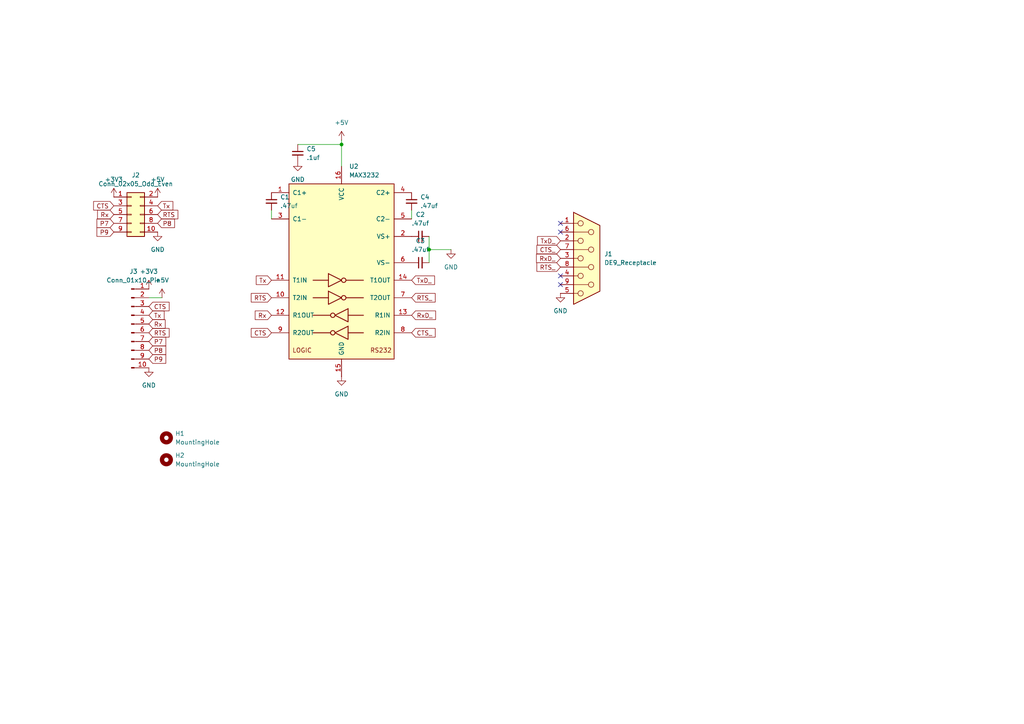
<source format=kicad_sch>
(kicad_sch (version 20231120) (generator "eeschema") (generator_version "8.0")
  (paper "A4")
  (lib_symbols
    (symbol "Connector:Conn_01x10_Pin" (pin_names (offset 1.016) hide)
      (property "Reference" "J" (at 0 12.7 0))
      (property "Value" "Conn_01x10_Pin" (at 0 -15.24 0))
      (symbol "Conn_01x10_Pin_1_1"
        (polyline (pts (xy 1.27 -12.7) (xy 0.8636 -12.7)) (stroke (width 0.1524)))
        (polyline (pts (xy 1.27 -10.16) (xy 0.8636 -10.16)) (stroke (width 0.1524)))
        (polyline (pts (xy 1.27 -7.62) (xy 0.8636 -7.62)) (stroke (width 0.1524)))
        (polyline (pts (xy 1.27 -5.08) (xy 0.8636 -5.08)) (stroke (width 0.1524)))
        (polyline (pts (xy 1.27 -2.54) (xy 0.8636 -2.54)) (stroke (width 0.1524)))
        (polyline (pts (xy 1.27 0) (xy 0.8636 0)) (stroke (width 0.1524)))
        (polyline (pts (xy 1.27 2.54) (xy 0.8636 2.54)) (stroke (width 0.1524)))
        (polyline (pts (xy 1.27 5.08) (xy 0.8636 5.08)) (stroke (width 0.1524)))
        (polyline (pts (xy 1.27 7.62) (xy 0.8636 7.62)) (stroke (width 0.1524)))
        (polyline (pts (xy 1.27 10.16) (xy 0.8636 10.16)) (stroke (width 0.1524)))
        (rectangle (start 0.8636 -12.573) (end 0 -12.827) (stroke (width 0.1524)) (fill (type outline)))
        (rectangle (start 0.8636 -10.033) (end 0 -10.287) (stroke (width 0.1524)) (fill (type outline)))
        (rectangle (start 0.8636 -7.493) (end 0 -7.747) (stroke (width 0.1524)) (fill (type outline)))
        (rectangle (start 0.8636 -4.953) (end 0 -5.207) (stroke (width 0.1524)) (fill (type outline)))
        (rectangle (start 0.8636 -2.413) (end 0 -2.667) (stroke (width 0.1524)) (fill (type outline)))
        (rectangle (start 0.8636 0.127) (end 0 -0.127) (stroke (width 0.1524)) (fill (type outline)))
        (rectangle (start 0.8636 2.667) (end 0 2.413) (stroke (width 0.1524)) (fill (type outline)))
        (rectangle (start 0.8636 5.207) (end 0 4.953) (stroke (width 0.1524)) (fill (type outline)))
        (rectangle (start 0.8636 7.747) (end 0 7.493) (stroke (width 0.1524)) (fill (type outline)))
        (rectangle (start 0.8636 10.287) (end 0 10.033) (stroke (width 0.1524)) (fill (type outline)))
        (pin passive line (at 5.08 10.16 180) (length 3.81) (name "Pin_1") (number "1"))
        (pin passive line (at 5.08 -12.7 180) (length 3.81) (name "Pin_10") (number "10"))
        (pin passive line (at 5.08 7.62 180) (length 3.81) (name "Pin_2") (number "2"))
        (pin passive line (at 5.08 5.08 180) (length 3.81) (name "Pin_3") (number "3"))
        (pin passive line (at 5.08 2.54 180) (length 3.81) (name "Pin_4") (number "4"))
        (pin passive line (at 5.08 0 180) (length 3.81) (name "Pin_5") (number "5"))
        (pin passive line (at 5.08 -2.54 180) (length 3.81) (name "Pin_6") (number "6"))
        (pin passive line (at 5.08 -5.08 180) (length 3.81) (name "Pin_7") (number "7"))
        (pin passive line (at 5.08 -7.62 180) (length 3.81) (name "Pin_8") (number "8"))
        (pin passive line (at 5.08 -10.16 180) (length 3.81) (name "Pin_9") (number "9"))
      )
    )
    (symbol "Connector:DE9_Receptacle" (pin_names (offset 1.016) hide)
      (property "Reference" "J" (at 0 13.97 0))
      (property "Value" "DE9_Receptacle" (at 0 -14.605 0))
      (symbol "DE9_Receptacle_0_1"
        (circle (center -1.778 -10.16) (radius 0.762))
        (circle (center -1.778 -5.08) (radius 0.762))
        (circle (center -1.778 0) (radius 0.762))
        (circle (center -1.778 5.08) (radius 0.762))
        (circle (center -1.778 10.16) (radius 0.762))
        (polyline (pts (xy -3.81 -10.16) (xy -2.54 -10.16)))
        (polyline (pts (xy -3.81 -7.62) (xy 0.508 -7.62)))
        (polyline (pts (xy -3.81 -5.08) (xy -2.54 -5.08)))
        (polyline (pts (xy -3.81 -2.54) (xy 0.508 -2.54)))
        (polyline (pts (xy -3.81 0) (xy -2.54 0)))
        (polyline (pts (xy -3.81 2.54) (xy 0.508 2.54)))
        (polyline (pts (xy -3.81 5.08) (xy -2.54 5.08)))
        (polyline (pts (xy -3.81 7.62) (xy 0.508 7.62)))
        (polyline (pts (xy -3.81 10.16) (xy -2.54 10.16)))
        (polyline (pts (xy -3.81 13.335) (xy -3.81 -13.335) (xy 3.81 -9.525) (xy 3.81 9.525) (xy -3.81 13.335)) (stroke (width 0.254)) (fill (type background)))
        (circle (center 1.27 -7.62) (radius 0.762))
        (circle (center 1.27 -2.54) (radius 0.762))
        (circle (center 1.27 2.54) (radius 0.762))
        (circle (center 1.27 7.62) (radius 0.762))
      )
      (symbol "DE9_Receptacle_1_1"
        (pin passive line (at -7.62 10.16 0) (length 3.81) (name "1") (number "1"))
        (pin passive line (at -7.62 5.08 0) (length 3.81) (name "2") (number "2"))
        (pin passive line (at -7.62 0 0) (length 3.81) (name "3") (number "3"))
        (pin passive line (at -7.62 -5.08 0) (length 3.81) (name "4") (number "4"))
        (pin passive line (at -7.62 -10.16 0) (length 3.81) (name "5") (number "5"))
        (pin passive line (at -7.62 7.62 0) (length 3.81) (name "6") (number "6"))
        (pin passive line (at -7.62 2.54 0) (length 3.81) (name "7") (number "7"))
        (pin passive line (at -7.62 -2.54 0) (length 3.81) (name "8") (number "8"))
        (pin passive line (at -7.62 -7.62 0) (length 3.81) (name "9") (number "9"))
      )
    )
    (symbol "Connector_Generic:Conn_02x05_Odd_Even" (pin_names (offset 1.016) hide)
      (property "Reference" "J" (at 1.27 7.62 0))
      (property "Value" "Conn_02x05_Odd_Even" (at 1.27 -7.62 0))
      (symbol "Conn_02x05_Odd_Even_1_1"
        (rectangle (start -1.27 -4.953) (end 0 -5.207) (stroke (width 0.1524)))
        (rectangle (start -1.27 -2.413) (end 0 -2.667) (stroke (width 0.1524)))
        (rectangle (start -1.27 0.127) (end 0 -0.127) (stroke (width 0.1524)))
        (rectangle (start -1.27 2.667) (end 0 2.413) (stroke (width 0.1524)))
        (rectangle (start -1.27 5.207) (end 0 4.953) (stroke (width 0.1524)))
        (rectangle (start -1.27 6.35) (end 3.81 -6.35) (stroke (width 0.254)) (fill (type background)))
        (rectangle (start 3.81 -4.953) (end 2.54 -5.207) (stroke (width 0.1524)))
        (rectangle (start 3.81 -2.413) (end 2.54 -2.667) (stroke (width 0.1524)))
        (rectangle (start 3.81 0.127) (end 2.54 -0.127) (stroke (width 0.1524)))
        (rectangle (start 3.81 2.667) (end 2.54 2.413) (stroke (width 0.1524)))
        (rectangle (start 3.81 5.207) (end 2.54 4.953) (stroke (width 0.1524)))
        (pin passive line (at -5.08 5.08 0) (length 3.81) (name "Pin_1") (number "1"))
        (pin passive line (at 7.62 -5.08 180) (length 3.81) (name "Pin_10") (number "10"))
        (pin passive line (at 7.62 5.08 180) (length 3.81) (name "Pin_2") (number "2"))
        (pin passive line (at -5.08 2.54 0) (length 3.81) (name "Pin_3") (number "3"))
        (pin passive line (at 7.62 2.54 180) (length 3.81) (name "Pin_4") (number "4"))
        (pin passive line (at -5.08 0 0) (length 3.81) (name "Pin_5") (number "5"))
        (pin passive line (at 7.62 0 180) (length 3.81) (name "Pin_6") (number "6"))
        (pin passive line (at -5.08 -2.54 0) (length 3.81) (name "Pin_7") (number "7"))
        (pin passive line (at 7.62 -2.54 180) (length 3.81) (name "Pin_8") (number "8"))
        (pin passive line (at -5.08 -5.08 0) (length 3.81) (name "Pin_9") (number "9"))
      )
    )
    (symbol "Device:C_Small" (pin_numbers hide) (pin_names (offset 0.254) hide)
      (property "Reference" "C" (at 0.254 1.778 0))
      (property "Value" "C_Small" (at 0.254 -2.032 0))
      (symbol "C_Small_0_1"
        (polyline (pts (xy -1.524 -0.508) (xy 1.524 -0.508)) (stroke (width 0.3302)))
        (polyline (pts (xy -1.524 0.508) (xy 1.524 0.508)) (stroke (width 0.3048)))
      )
      (symbol "C_Small_1_1"
        (pin passive line (at 0 2.54 270) (length 2.032) (name "~") (number "1"))
        (pin passive line (at 0 -2.54 90) (length 2.032) (name "~") (number "2"))
      )
    )
    (symbol "Interface_UART:MAX3232" (pin_names (offset 1.016))
      (property "Reference" "U" (at -2.54 28.575 0))
      (property "Value" "MAX3232" (at -2.54 26.67 0))
      (symbol "MAX3232_0_0"
        (text "LOGIC" (at -11.43 -22.86 0) (effects (font (size 1.27 1.27))))
        (text "RS232" (at 11.43 -22.86 0) (effects (font (size 1.27 1.27))))
      )
      (symbol "MAX3232_0_1"
        (rectangle (start -15.24 -25.4) (end 15.24 25.4) (stroke (width 0.254)) (fill (type background)))
        (circle (center -2.54 -17.78) (radius 0.635) (stroke (width 0.254)))
        (circle (center -2.54 -12.7) (radius 0.635) (stroke (width 0.254)))
        (polyline (pts (xy -3.81 -7.62) (xy -8.255 -7.62)) (stroke (width 0.254)))
        (polyline (pts (xy -3.81 -2.54) (xy -8.255 -2.54)) (stroke (width 0.254)))
        (polyline (pts (xy -3.175 -17.78) (xy -8.255 -17.78)) (stroke (width 0.254)))
        (polyline (pts (xy -3.175 -12.7) (xy -8.255 -12.7)) (stroke (width 0.254)))
        (polyline (pts (xy 1.27 -7.62) (xy 6.35 -7.62)) (stroke (width 0.254)))
        (polyline (pts (xy 1.27 -2.54) (xy 6.35 -2.54)) (stroke (width 0.254)))
        (polyline (pts (xy 1.905 -17.78) (xy 6.35 -17.78)) (stroke (width 0.254)))
        (polyline (pts (xy 1.905 -12.7) (xy 6.35 -12.7)) (stroke (width 0.254)))
        (polyline (pts (xy -3.81 -5.715) (xy -3.81 -9.525) (xy 0 -7.62) (xy -3.81 -5.715)) (stroke (width 0.254)))
        (polyline (pts (xy -3.81 -0.635) (xy -3.81 -4.445) (xy 0 -2.54) (xy -3.81 -0.635)) (stroke (width 0.254)))
        (polyline (pts (xy 1.905 -15.875) (xy 1.905 -19.685) (xy -1.905 -17.78) (xy 1.905 -15.875)) (stroke (width 0.254)))
        (polyline (pts (xy 1.905 -10.795) (xy 1.905 -14.605) (xy -1.905 -12.7) (xy 1.905 -10.795)) (stroke (width 0.254)))
        (circle (center 0.635 -7.62) (radius 0.635) (stroke (width 0.254)))
        (circle (center 0.635 -2.54) (radius 0.635) (stroke (width 0.254)))
      )
      (symbol "MAX3232_1_1"
        (pin passive line (at -20.32 22.86 0) (length 5.08) (name "C1+") (number "1"))
        (pin input line (at -20.32 -7.62 0) (length 5.08) (name "T2IN") (number "10"))
        (pin input line (at -20.32 -2.54 0) (length 5.08) (name "T1IN") (number "11"))
        (pin output line (at -20.32 -12.7 0) (length 5.08) (name "R1OUT") (number "12"))
        (pin input line (at 20.32 -12.7 180) (length 5.08) (name "R1IN") (number "13"))
        (pin output line (at 20.32 -2.54 180) (length 5.08) (name "T1OUT") (number "14"))
        (pin power_in line (at 0 -30.48 90) (length 5.08) (name "GND") (number "15"))
        (pin power_in line (at 0 30.48 270) (length 5.08) (name "VCC") (number "16"))
        (pin power_out line (at 20.32 10.16 180) (length 5.08) (name "VS+") (number "2"))
        (pin passive line (at -20.32 15.24 0) (length 5.08) (name "C1-") (number "3"))
        (pin passive line (at 20.32 22.86 180) (length 5.08) (name "C2+") (number "4"))
        (pin passive line (at 20.32 15.24 180) (length 5.08) (name "C2-") (number "5"))
        (pin power_out line (at 20.32 2.54 180) (length 5.08) (name "VS-") (number "6"))
        (pin output line (at 20.32 -7.62 180) (length 5.08) (name "T2OUT") (number "7"))
        (pin input line (at 20.32 -17.78 180) (length 5.08) (name "R2IN") (number "8"))
        (pin output line (at -20.32 -17.78 0) (length 5.08) (name "R2OUT") (number "9"))
      )
    )
    (symbol "Mechanical:MountingHole" (pin_names (offset 1.016)) (exclude_from_sim yes) (in_bom no)
      (property "Reference" "H" (at 0 5.08 0))
      (property "Value" "MountingHole" (at 0 3.175 0))
      (symbol "MountingHole_0_1"
        (circle (center 0 0) (radius 1.27) (stroke (width 1.27)))
      )
    )
    (symbol "power:+3V3" (power) (pin_numbers hide) (pin_names (offset 0) hide)
      (property "Value" "+3V3" (at 0 3.556 0))
      (symbol "+3V3_0_1"
        (polyline (pts (xy -0.762 1.27) (xy 0 2.54)))
        (polyline (pts (xy 0 0) (xy 0 2.54)))
        (polyline (pts (xy 0 2.54) (xy 0.762 1.27)))
      )
      (symbol "+3V3_1_1"
        (pin power_in line (at 0 0 90) (length 0) (name "~") (number "1"))
      )
    )
    (symbol "power:+5V" (power) (pin_numbers hide) (pin_names (offset 0) hide)
      (property "Value" "+5V" (at 0 3.556 0))
      (symbol "+5V_0_1"
        (polyline (pts (xy -0.762 1.27) (xy 0 2.54)))
        (polyline (pts (xy 0 0) (xy 0 2.54)))
        (polyline (pts (xy 0 2.54) (xy 0.762 1.27)))
      )
      (symbol "+5V_1_1"
        (pin power_in line (at 0 0 90) (length 0) (name "~") (number "1"))
      )
    )
    (symbol "power:GND" (power) (pin_numbers hide) (pin_names (offset 0) hide)
      (property "Value" "GND" (at 0 -3.81 0))
      (symbol "GND_0_1"
        (polyline (pts (xy 0 0) (xy 0 -1.27) (xy 1.27 -1.27) (xy 0 -2.54) (xy -1.27 -1.27) (xy 0 -1.27)))
      )
      (symbol "GND_1_1"
        (pin power_in line (at 0 0 270) (length 0) (name "~") (number "1"))
      )
    )
  )
  (junction (at 99.06 41.91))
  (junction (at 124.46 72.39))
  (no_connect (at 162.56 67.31))
  (no_connect (at 162.56 82.55))
  (no_connect (at 162.56 80.01))
  (no_connect (at 162.56 64.77))
  (wire (pts (xy 99.06 41.91) (xy 99.06 40.64)))
  (wire (pts (xy 43.18 86.36) (xy 46.99 86.36)))
  (wire (pts (xy 78.74 60.96) (xy 78.74 63.5)))
  (wire (pts (xy 124.46 68.58) (xy 124.46 72.39)))
  (wire (pts (xy 119.38 60.96) (xy 119.38 63.5)))
  (wire (pts (xy 86.36 41.91) (xy 99.06 41.91)))
  (wire (pts (xy 124.46 72.39) (xy 130.81 72.39)))
  (wire (pts (xy 124.46 72.39) (xy 124.46 76.2)))
  (wire (pts (xy 99.06 41.91) (xy 99.06 48.26)))
  (global_label "P7" (shape input) (at 33.02 64.77 180) (property "Intersheetrefs" "${INTERSHEET_REFS}" (effects (hide yes))))
  (global_label "RxD_" (shape input) (at 119.38 91.44 0) (property "Intersheetrefs" "${INTERSHEET_REFS}" (effects (hide yes))))
  (global_label "CTS_" (shape input) (at 162.56 72.39 180) (property "Intersheetrefs" "${INTERSHEET_REFS}" (effects (hide yes))))
  (global_label "Tx" (shape input) (at 78.74 81.28 180) (property "Intersheetrefs" "${INTERSHEET_REFS}" (effects (hide yes))))
  (global_label "TxD_" (shape input) (at 119.38 81.28 0) (property "Intersheetrefs" "${INTERSHEET_REFS}" (effects (hide yes))))
  (global_label "Rx" (shape input) (at 33.02 62.23 180) (property "Intersheetrefs" "${INTERSHEET_REFS}" (effects (hide yes))))
  (global_label "RTS_" (shape input) (at 162.56 77.47 180) (property "Intersheetrefs" "${INTERSHEET_REFS}" (effects (hide yes))))
  (global_label "RTS" (shape input) (at 78.74 86.36 180) (property "Intersheetrefs" "${INTERSHEET_REFS}" (effects (hide yes))))
  (global_label "RTS" (shape input) (at 43.18 96.52 0) (property "Intersheetrefs" "${INTERSHEET_REFS}" (effects (hide yes))))
  (global_label "P9" (shape input) (at 33.02 67.31 180) (property "Intersheetrefs" "${INTERSHEET_REFS}" (effects (hide yes))))
  (global_label "Rx" (shape input) (at 43.18 93.98 0) (property "Intersheetrefs" "${INTERSHEET_REFS}" (effects (hide yes))))
  (global_label "CTS" (shape input) (at 33.02 59.69 180) (property "Intersheetrefs" "${INTERSHEET_REFS}" (effects (hide yes))))
  (global_label "P8" (shape input) (at 43.18 101.6 0) (property "Intersheetrefs" "${INTERSHEET_REFS}" (effects (hide yes))))
  (global_label "Rx" (shape input) (at 78.74 91.44 180) (property "Intersheetrefs" "${INTERSHEET_REFS}" (effects (hide yes))))
  (global_label "CTS" (shape input) (at 43.18 88.9 0) (property "Intersheetrefs" "${INTERSHEET_REFS}" (effects (hide yes))))
  (global_label "RxD_" (shape input) (at 162.56 74.93 180) (property "Intersheetrefs" "${INTERSHEET_REFS}" (effects (hide yes))))
  (global_label "Tx" (shape input) (at 45.72 59.69 0) (property "Intersheetrefs" "${INTERSHEET_REFS}" (effects (hide yes))))
  (global_label "P8" (shape input) (at 45.72 64.77 0) (property "Intersheetrefs" "${INTERSHEET_REFS}" (effects (hide yes))))
  (global_label "RTS_" (shape input) (at 119.38 86.36 0) (property "Intersheetrefs" "${INTERSHEET_REFS}" (effects (hide yes))))
  (global_label "RTS" (shape input) (at 45.72 62.23 0) (property "Intersheetrefs" "${INTERSHEET_REFS}" (effects (hide yes))))
  (global_label "P7" (shape input) (at 43.18 99.06 0) (property "Intersheetrefs" "${INTERSHEET_REFS}" (effects (hide yes))))
  (global_label "Tx" (shape input) (at 43.18 91.44 0) (property "Intersheetrefs" "${INTERSHEET_REFS}" (effects (hide yes))))
  (global_label "CTS_" (shape input) (at 119.38 96.52 0) (property "Intersheetrefs" "${INTERSHEET_REFS}" (effects (hide yes))))
  (global_label "P9" (shape input) (at 43.18 104.14 0) (property "Intersheetrefs" "${INTERSHEET_REFS}" (effects (hide yes))))
  (global_label "TxD_" (shape input) (at 162.56 69.85 180) (property "Intersheetrefs" "${INTERSHEET_REFS}" (effects (hide yes))))
  (global_label "CTS" (shape input) (at 78.74 96.52 180) (property "Intersheetrefs" "${INTERSHEET_REFS}" (effects (hide yes))))
  (symbol (lib_id "Device:C_Small") (at 119.38 58.42 0) (unit 1)
    (property "Reference" "C4" (at 121.92 57.1562 0) (effects (justify left)))
    (property "Value" ".47uf" (at 121.92 59.6962 0) (effects (justify left)))
    (property "Footprint" "Capacitor_SMD:C_0402_1005Metric" (effects (hide yes)))
    (property "Description" "Unpolarized capacitor, small symbol" (effects (hide yes)))
  )
  (symbol (lib_id "power:GND") (at 162.56 85.09 0) (unit 1)
    (property "Reference" "#PWR1" (effects (hide yes)))
    (property "Value" "GND" (at 162.56 90.17 0))
    (property "Description" "Power symbol creates a global label with name \"GND\" , ground" (effects (hide yes)))
  )
  (symbol (lib_id "power:GND") (at 99.06 109.22 0) (unit 1)
    (property "Reference" "#PWR2" (effects (hide yes)))
    (property "Value" "GND" (at 99.06 114.3 0))
    (property "Description" "Power symbol creates a global label with name \"GND\" , ground" (effects (hide yes)))
  )
  (symbol (lib_id "Interface_UART:MAX3232") (at 99.06 78.74 0) (unit 1)
    (property "Reference" "U2" (at 101.2541 48.26 0) (effects (justify left)))
    (property "Value" "MAX3232" (at 101.2541 50.8 0) (effects (justify left)))
    (property "Footprint" "Package_SO:TSSOP-16_4.4x5mm_P0.65mm" (effects (hide yes)))
    (property "Datasheet" "https://datasheets.maximintegrated.com/en/ds/MAX3222-MAX3241.pdf" (effects (hide yes)))
    (property "Description" "3.0V to 5.5V, Low-Power, up to 1Mbps, True RS-232 Transceivers Using Four 0.1μF External Capacitors" (effects (hide yes)))
  )
  (symbol (lib_id "Connector:Conn_01x10_Pin") (at 38.1 93.98 0) (unit 1)
    (property "Reference" "J3" (at 38.735 78.74 0))
    (property "Value" "Conn_01x10_Pin" (at 38.735 81.28 0))
    (property "Footprint" "Connector_PinHeader_2.54mm:PinHeader_1x10_P2.54mm_Vertical" (effects (hide yes)))
    (property "Description" "Generic connector, single row, 01x10, script generated" (effects (hide yes)))
  )
  (symbol (lib_id "Device:C_Small") (at 86.36 44.45 0) (unit 1)
    (property "Reference" "C5" (at 88.9 43.1862 0) (effects (justify left)))
    (property "Value" ".1uf" (at 88.9 45.7262 0) (effects (justify left)))
    (property "Footprint" "Capacitor_SMD:C_0402_1005Metric" (effects (hide yes)))
    (property "Description" "Unpolarized capacitor, small symbol" (effects (hide yes)))
  )
  (symbol (lib_id "Mechanical:MountingHole") (at 48.26 127 0) (unit 1) (exclude_from_sim yes) (in_bom no)
    (property "Reference" "H1" (at 50.8 125.7299 0) (effects (justify left)))
    (property "Value" "MountingHole" (at 50.8 128.2699 0) (effects (justify left)))
    (property "Footprint" "MountingHole:MountingHole_3.2mm_M3" (effects (hide yes)))
    (property "Description" "Mounting Hole without connection" (effects (hide yes)))
  )
  (symbol (lib_id "power:+5V") (at 99.06 40.64 0) (unit 1)
    (property "Reference" "#PWR6" (effects (hide yes)))
    (property "Value" "+5V" (at 99.06 35.56 0))
    (property "Description" "Power symbol creates a global label with name \"+5V\"" (effects (hide yes)))
  )
  (symbol (lib_id "power:GND") (at 43.18 106.68 0) (unit 1)
    (property "Reference" "#PWR11" (effects (hide yes)))
    (property "Value" "GND" (at 43.18 111.76 0))
    (property "Description" "Power symbol creates a global label with name \"GND\" , ground" (effects (hide yes)))
  )
  (symbol (lib_id "power:GND") (at 86.36 46.99 0) (unit 1)
    (property "Reference" "#PWR8" (effects (hide yes)))
    (property "Value" "GND" (at 86.36 52.07 0))
    (property "Description" "Power symbol creates a global label with name \"GND\" , ground" (effects (hide yes)))
  )
  (symbol (lib_id "Device:C_Small") (at 121.92 68.58 90) (unit 1)
    (property "Reference" "C2" (at 121.9263 62.23 90))
    (property "Value" ".47uf" (at 121.9263 64.77 90))
    (property "Footprint" "Capacitor_SMD:C_0402_1005Metric" (effects (hide yes)))
    (property "Description" "Unpolarized capacitor, small symbol" (effects (hide yes)))
  )
  (symbol (lib_id "Device:C_Small") (at 78.74 58.42 0) (unit 1)
    (property "Reference" "C1" (at 81.28 57.1562 0) (effects (justify left)))
    (property "Value" ".47uf" (at 81.28 59.6962 0) (effects (justify left)))
    (property "Footprint" "Capacitor_SMD:C_0402_1005Metric" (effects (hide yes)))
    (property "Description" "Unpolarized capacitor, small symbol" (effects (hide yes)))
  )
  (symbol (lib_id "Mechanical:MountingHole") (at 48.26 133.35 0) (unit 1) (exclude_from_sim yes) (in_bom no)
    (property "Reference" "H2" (at 50.8 132.0799 0) (effects (justify left)))
    (property "Value" "MountingHole" (at 50.8 134.6199 0) (effects (justify left)))
    (property "Footprint" "MountingHole:MountingHole_3.2mm_M3" (effects (hide yes)))
    (property "Description" "Mounting Hole without connection" (effects (hide yes)))
  )
  (symbol (lib_id "power:GND") (at 45.72 67.31 0) (unit 1)
    (property "Reference" "#PWR5" (effects (hide yes)))
    (property "Value" "GND" (at 45.72 72.39 0))
    (property "Description" "Power symbol creates a global label with name \"GND\" , ground" (effects (hide yes)))
  )
  (symbol (lib_id "power:+5V") (at 46.99 86.36 0) (unit 1)
    (property "Reference" "#PWR10" (effects (hide yes)))
    (property "Value" "+5V" (at 46.99 81.28 0))
    (property "Description" "Power symbol creates a global label with name \"+5V\"" (effects (hide yes)))
  )
  (symbol (lib_id "Connector:DE9_Receptacle") (at 170.18 74.93 0) (unit 1)
    (property "Reference" "J1" (at 175.26 73.6599 0) (effects (justify left)))
    (property "Value" "DE9_Receptacle" (at 175.26 76.1999 0) (effects (justify left)))
    (property "Footprint" "Connector_Dsub:DSUB-9_Female_Horizontal_P2.77x2.84mm_EdgePinOffset4.94mm_Housed_MountingHolesOffset4.94mm" (effects (hide yes)))
    (property "Description" "9-pin female receptacle socket D-SUB connector" (effects (hide yes)))
  )
  (symbol (lib_id "power:+5V") (at 45.72 57.15 0) (unit 1)
    (property "Reference" "#PWR4" (effects (hide yes)))
    (property "Value" "+5V" (at 45.72 52.07 0))
    (property "Description" "Power symbol creates a global label with name \"+5V\"" (effects (hide yes)))
  )
  (symbol (lib_id "power:+3V3") (at 33.02 57.15 0) (unit 1)
    (property "Reference" "#PWR3" (effects (hide yes)))
    (property "Value" "+3V3" (at 33.02 52.07 0))
    (property "Description" "Power symbol creates a global label with name \"+3V3\"" (effects (hide yes)))
  )
  (symbol (lib_id "power:GND") (at 130.81 72.39 0) (unit 1)
    (property "Reference" "#PWR7" (effects (hide yes)))
    (property "Value" "GND" (at 130.81 77.47 0))
    (property "Description" "Power symbol creates a global label with name \"GND\" , ground" (effects (hide yes)))
  )
  (symbol (lib_id "Device:C_Small") (at 121.92 76.2 90) (unit 1)
    (property "Reference" "C3" (at 121.9263 69.85 90))
    (property "Value" ".47uf" (at 121.9263 72.39 90))
    (property "Footprint" "Capacitor_SMD:C_0402_1005Metric" (effects (hide yes)))
    (property "Description" "Unpolarized capacitor, small symbol" (effects (hide yes)))
  )
  (symbol (lib_id "Connector_Generic:Conn_02x05_Odd_Even") (at 38.1 62.23 0) (unit 1)
    (property "Reference" "J2" (at 39.37 50.8 0))
    (property "Value" "Conn_02x05_Odd_Even" (at 39.37 53.34 0))
    (property "Footprint" "Connector_PinHeader_1.27mm:PinHeader_2x05_P1.27mm_Vertical_SMD" (effects (hide yes)))
    (property "Description" "Generic connector, double row, 02x05, odd/even pin numbering scheme (row 1 odd numbers, row 2 even numbers), script generated (kicad-library-utils/schlib/autogen/connector/)" (effects (hide yes)))
  )
  (symbol (lib_id "power:+3V3") (at 43.18 83.82 0) (unit 1)
    (property "Reference" "#PWR9" (effects (hide yes)))
    (property "Value" "+3V3" (at 43.18 78.74 0))
    (property "Description" "Power symbol creates a global label with name \"+3V3\"" (effects (hide yes)))
  )
)
</source>
